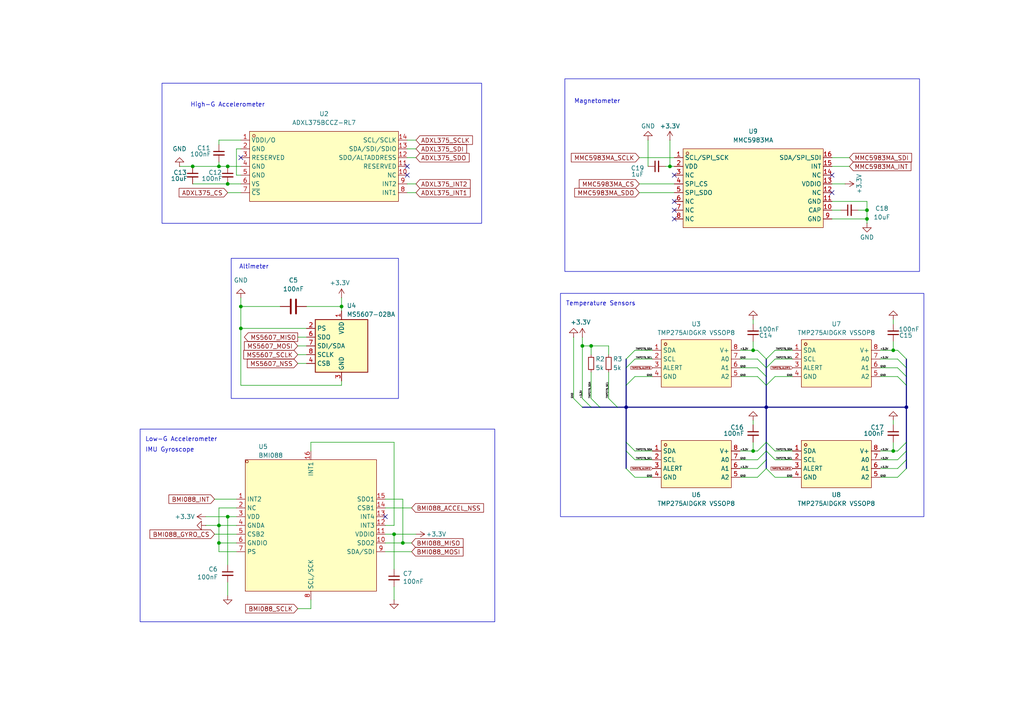
<source format=kicad_sch>
(kicad_sch (version 20231120) (generator "eeschema") (generator_version "8.0")
  (paper "A4")
  (title_block (title "Sensors") (date "2024-09-06") (rev "Tokyo") (company "CUHAR"))
  (lib_symbols
    (symbol "Device:C" (pin_numbers hide) (pin_names (offset 0.254))
      (property "Reference" "C" (at 0.635 2.54 0))
      (property "Value" "C" (at 0.635 -2.54 0))
      (symbol "C_0_1"
        (polyline (pts (xy -2.032 -0.762) (xy 2.032 -0.762)) (stroke (width 0.508)))
        (polyline (pts (xy -2.032 0.762) (xy 2.032 0.762)) (stroke (width 0.508)))
      )
      (symbol "C_1_1"
        (pin passive line (at 0 3.81 270) (length 2.794) (name "~") (number "1"))
        (pin passive line (at 0 -3.81 90) (length 2.794) (name "~") (number "2"))
      )
    )
    (symbol "Device:C_Small" (pin_numbers hide) (pin_names (offset 0.254) hide)
      (property "Reference" "C" (at 0.254 1.778 0))
      (property "Value" "C_Small" (at 0.254 -2.032 0))
      (symbol "C_Small_0_1"
        (polyline (pts (xy -1.524 -0.508) (xy 1.524 -0.508)) (stroke (width 0.3302)))
        (polyline (pts (xy -1.524 0.508) (xy 1.524 0.508)) (stroke (width 0.3048)))
      )
      (symbol "C_Small_1_1"
        (pin passive line (at 0 2.54 270) (length 2.032) (name "~") (number "1"))
        (pin passive line (at 0 -2.54 90) (length 2.032) (name "~") (number "2"))
      )
    )
    (symbol "Device:R_Small" (pin_numbers hide) (pin_names (offset 0.254) hide)
      (property "Reference" "R" (at 0.762 0.508 0))
      (property "Value" "R_Small" (at 0.762 -1.016 0))
      (symbol "R_Small_0_1"
        (rectangle (start -0.762 1.778) (end 0.762 -1.778) (stroke (width 0.2032)))
      )
      (symbol "R_Small_1_1"
        (pin passive line (at 0 2.54 270) (length 0.762) (name "~") (number "1"))
        (pin passive line (at 0 -2.54 90) (length 0.762) (name "~") (number "2"))
      )
    )
    (symbol "EasyEDA:ADXL375BCCZ-RL7"
      (property "Reference" "U" (at 0 12.7 0))
      (property "Value" "ADXL375BCCZ-RL7" (at 0 -12.7 0))
      (symbol "ADXL375BCCZ-RL7_0_1"
        (rectangle (start -21.59 10.16) (end 21.59 -10.16) (fill (type background)))
        (circle (center -20.32 8.89) (radius 0.38))
        (pin unspecified line (at -24.13 7.62 0) (length 2.54) (name "VDDI/O") (number "1"))
        (pin unspecified line (at 24.13 -2.54 180) (length 2.54) (name "NC") (number "10"))
        (pin unspecified line (at 24.13 0 180) (length 2.54) (name "RESERVED") (number "11"))
        (pin unspecified line (at 24.13 2.54 180) (length 2.54) (name "SDO/ALTADDRESS") (number "12"))
        (pin unspecified line (at 24.13 5.08 180) (length 2.54) (name "SDA/SDI/SDIO") (number "13"))
        (pin unspecified line (at 24.13 7.62 180) (length 2.54) (name "SCL/SCLK") (number "14"))
        (pin unspecified line (at -24.13 5.08 0) (length 2.54) (name "GND") (number "2"))
        (pin unspecified line (at -24.13 2.54 0) (length 2.54) (name "RESERVED") (number "3"))
        (pin unspecified line (at -24.13 0 0) (length 2.54) (name "GND") (number "4"))
        (pin unspecified line (at -24.13 -2.54 0) (length 2.54) (name "GND") (number "5"))
        (pin unspecified line (at -24.13 -5.08 0) (length 2.54) (name "VS") (number "6"))
        (pin unspecified line (at -24.13 -7.62 0) (length 2.54) (name "~{CS}") (number "7"))
        (pin unspecified line (at 24.13 -7.62 180) (length 2.54) (name "INT1") (number "8"))
        (pin unspecified line (at 24.13 -5.08 180) (length 2.54) (name "INT2") (number "9"))
      )
    )
    (symbol "EasyEDA:BMI088"
      (property "Reference" "U" (at 0 26.67 0))
      (property "Value" "BMI088" (at 0 -26.67 0))
      (symbol "BMI088_0_1"
        (rectangle (start -19.05 19.05) (end 19.05 -19.05) (fill (type background)))
        (circle (center -18.54 18.54) (radius 0.38))
        (pin unspecified line (at -21.59 7.62 0) (length 2.54) (name "INT2") (number "1"))
        (pin unspecified line (at 21.59 -5.08 180) (length 2.54) (name "SDO2") (number "10"))
        (pin unspecified line (at 21.59 -2.54 180) (length 2.54) (name "VDDIO") (number "11"))
        (pin unspecified line (at 21.59 0 180) (length 2.54) (name "INT3") (number "12"))
        (pin unspecified line (at 21.59 2.54 180) (length 2.54) (name "INT4") (number "13"))
        (pin unspecified line (at 21.59 5.08 180) (length 2.54) (name "CSB1") (number "14"))
        (pin unspecified line (at 21.59 7.62 180) (length 2.54) (name "SDO1") (number "15"))
        (pin unspecified line (at 0 21.59 270) (length 2.54) (name "INT1") (number "16"))
        (pin unspecified line (at -21.59 5.08 0) (length 2.54) (name "NC") (number "2"))
        (pin unspecified line (at -21.59 2.54 0) (length 2.54) (name "VDD") (number "3"))
        (pin unspecified line (at -21.59 0 0) (length 2.54) (name "GNDA") (number "4"))
        (pin unspecified line (at -21.59 -2.54 0) (length 2.54) (name "CSB2") (number "5"))
        (pin unspecified line (at -21.59 -5.08 0) (length 2.54) (name "GNDIO") (number "6"))
        (pin unspecified line (at -21.59 -7.62 0) (length 2.54) (name "PS") (number "7"))
        (pin unspecified line (at 0 -21.59 90) (length 2.54) (name "SCL/SCK") (number "8"))
        (pin unspecified line (at 21.59 -7.62 180) (length 2.54) (name "SDA/SDI") (number "9"))
      )
    )
    (symbol "EasyEDA:MMC5983MA"
      (property "Reference" "U" (at 0 13.97 0))
      (property "Value" "MMC5983MA" (at 0 -13.97 0))
      (symbol "MMC5983MA_0_1"
        (rectangle (start -20.32 11.43) (end 20.32 -11.43) (fill (type background)))
        (circle (center -19.05 10.16) (radius 0.38))
        (pin unspecified line (at -22.86 8.89 0) (length 2.54) (name "SCL/SPI_SCK") (number "1"))
        (pin unspecified line (at 22.86 -6.35 180) (length 2.54) (name "CAP") (number "10"))
        (pin unspecified line (at 22.86 -3.81 180) (length 2.54) (name "GND") (number "11"))
        (pin unspecified line (at 22.86 -1.27 180) (length 2.54) (name "NC") (number "12"))
        (pin unspecified line (at 22.86 1.27 180) (length 2.54) (name "VDDIO") (number "13"))
        (pin unspecified line (at 22.86 3.81 180) (length 2.54) (name "NC") (number "14"))
        (pin unspecified line (at 22.86 6.35 180) (length 2.54) (name "INT") (number "15"))
        (pin unspecified line (at 22.86 8.89 180) (length 2.54) (name "SDA/SPI_SDI") (number "16"))
        (pin unspecified line (at -22.86 6.35 0) (length 2.54) (name "VDD") (number "2"))
        (pin unspecified line (at -22.86 3.81 0) (length 2.54) (name "NC") (number "3"))
        (pin unspecified line (at -22.86 1.27 0) (length 2.54) (name "SPI_CS") (number "4"))
        (pin unspecified line (at -22.86 -1.27 0) (length 2.54) (name "SPI_SDO") (number "5"))
        (pin unspecified line (at -22.86 -3.81 0) (length 2.54) (name "NC") (number "6"))
        (pin unspecified line (at -22.86 -6.35 0) (length 2.54) (name "NC") (number "7"))
        (pin unspecified line (at -22.86 -8.89 0) (length 2.54) (name "NC") (number "8"))
        (pin unspecified line (at 22.86 -8.89 180) (length 2.54) (name "GND") (number "9"))
      )
    )
    (symbol "EasyEDA:TMP275AIDGKRVSSOP8"
      (property "Reference" "U" (at 0 8.89 0))
      (property "Value" "TMP275AIDGKR VSSOP8" (at 0 -8.89 0))
      (symbol "TMP275AIDGKRVSSOP8_0_1"
        (rectangle (start -10.16 6.86) (end 10.16 -6.86) (fill (type background)))
        (circle (center -8.89 5.59) (radius 0.38))
        (circle (center -8.89 5.59) (radius 0.38))
        (pin unspecified line (at -12.7 3.81 0) (length 2.54) (name "SDA") (number "1"))
        (pin unspecified line (at -12.7 1.27 0) (length 2.54) (name "SCL") (number "2"))
        (pin unspecified line (at -12.7 -1.27 0) (length 2.54) (name "ALERT") (number "3"))
        (pin unspecified line (at -12.7 -3.81 0) (length 2.54) (name "GND") (number "4"))
        (pin unspecified line (at 12.7 -3.81 180) (length 2.54) (name "A2") (number "5"))
        (pin unspecified line (at 12.7 -1.27 180) (length 2.54) (name "A1") (number "6"))
        (pin unspecified line (at 12.7 1.27 180) (length 2.54) (name "A0") (number "7"))
        (pin unspecified line (at 12.7 3.81 180) (length 2.54) (name "V+") (number "8"))
      )
    )
    (symbol "Sensor_Pressure:MS5607-02BA"
      (property "Reference" "U" (at -6.35 8.89 0))
      (property "Value" "MS5607-02BA" (at 7.62 8.89 0))
      (symbol "MS5607-02BA_0_1"
        (rectangle (start -7.62 7.62) (end 7.62 -7.62) (stroke (width 0.254)) (fill (type background)))
      )
      (symbol "MS5607-02BA_1_1"
        (pin power_in line (at 0 10.16 270) (length 2.54) (name "VDD") (number "1"))
        (pin input line (at -10.16 5.08 0) (length 2.54) (name "PS") (number "2"))
        (pin power_in line (at 0 -10.16 90) (length 2.54) (name "GND") (number "3"))
        (pin input line (at -10.16 -5.08 0) (length 2.54) (name "CSB") (number "4"))
        (pin input line (at -10.16 -5.08 0) (length 2.54) hide (name "CSB") (number "5"))
        (pin output line (at -10.16 2.54 0) (length 2.54) (name "SDO") (number "6"))
        (pin bidirectional line (at -10.16 0 0) (length 2.54) (name "SDI/SDA") (number "7"))
        (pin input line (at -10.16 -2.54 0) (length 2.54) (name "SCLK") (number "8"))
      )
    )
    (symbol "power:+3.3V" (power) (pin_numbers hide) (pin_names (offset 0) hide)
      (property "Value" "+3.3V" (at 0 3.556 0))
      (symbol "+3.3V_0_1"
        (polyline (pts (xy -0.762 1.27) (xy 0 2.54)))
        (polyline (pts (xy 0 0) (xy 0 2.54)))
        (polyline (pts (xy 0 2.54) (xy 0.762 1.27)))
      )
      (symbol "+3.3V_1_1"
        (pin power_in line (at 0 0 90) (length 0) (name "~") (number "1"))
      )
    )
    (symbol "power:GND" (power) (pin_numbers hide) (pin_names (offset 0) hide)
      (property "Value" "GND" (at 0 -3.81 0))
      (symbol "GND_0_1"
        (polyline (pts (xy 0 0) (xy 0 -1.27) (xy 1.27 -1.27) (xy 0 -2.54) (xy -1.27 -1.27) (xy 0 -1.27)))
      )
      (symbol "GND_1_1"
        (pin power_in line (at 0 0 270) (length 0) (name "~") (number "1"))
      )
    )
  )
  (junction (at 168.91 100.33))
  (junction (at 218.44 130.81))
  (junction (at 171.45 100.33))
  (junction (at 262.89 118.11))
  (junction (at 259.08 130.81))
  (junction (at 222.25 118.11))
  (junction (at 99.06 88.9))
  (junction (at 116.84 157.48))
  (junction (at 69.85 95.25))
  (junction (at 259.08 101.6))
  (junction (at 63.5 152.4))
  (junction (at 55.88 48.26))
  (junction (at 63.5 48.26))
  (junction (at 218.44 101.6))
  (junction (at 66.04 149.86))
  (junction (at 194.31 48.26))
  (junction (at 181.61 118.11))
  (junction (at 66.04 53.34))
  (junction (at 114.3 154.94))
  (junction (at 66.04 48.26))
  (junction (at 69.85 88.9))
  (junction (at 63.5 157.48))
  (junction (at 251.46 63.5))
  (junction (at 251.46 60.96))
  (no_connect (at 118.11 50.8))
  (no_connect (at 195.58 63.5))
  (no_connect (at 69.85 45.72))
  (no_connect (at 195.58 50.8))
  (no_connect (at 241.3 50.8))
  (no_connect (at 111.76 149.86))
  (no_connect (at 241.3 55.88))
  (no_connect (at 118.11 48.26))
  (no_connect (at 195.58 60.96))
  (no_connect (at 195.58 58.42))
  (bus_entry (at 219.71 135.89) (size 2.54 -2.54))
  (bus_entry (at 176.53 115.57) (size 2.54 2.54))
  (bus_entry (at 260.35 109.22) (size 2.54 2.54))
  (bus_entry (at 219.71 130.81) (size 2.54 -2.54))
  (bus_entry (at 181.61 128.27) (size 2.54 2.54))
  (bus_entry (at 224.79 101.6) (size -2.54 2.54))
  (bus_entry (at 181.61 106.68) (size 2.54 -2.54))
  (bus_entry (at 224.79 138.43) (size -2.54 -2.54))
  (bus_entry (at 181.61 135.89) (size 2.54 2.54))
  (bus_entry (at 260.35 106.68) (size 2.54 2.54))
  (bus_entry (at 224.79 133.35) (size -2.54 -2.54))
  (bus_entry (at 168.91 115.57) (size 2.54 2.54))
  (bus_entry (at 262.89 128.27) (size -2.54 2.54))
  (bus_entry (at 222.25 111.76) (size 2.54 -2.54))
  (bus_entry (at 181.61 104.14) (size 2.54 -2.54))
  (bus_entry (at 260.35 104.14) (size 2.54 2.54))
  (bus_entry (at 262.89 135.89) (size -2.54 2.54))
  (bus_entry (at 171.45 115.57) (size 2.54 2.54))
  (bus_entry (at 262.89 130.81) (size -2.54 2.54))
  (bus_entry (at 224.79 104.14) (size -2.54 2.54))
  (bus_entry (at 260.35 101.6) (size 2.54 2.54))
  (bus_entry (at 222.25 109.22) (size -2.54 -2.54))
  (bus_entry (at 222.25 104.14) (size -2.54 -2.54))
  (bus_entry (at 219.71 138.43) (size 2.54 -2.54))
  (bus_entry (at 222.25 106.68) (size -2.54 -2.54))
  (bus_entry (at 224.79 130.81) (size -2.54 -2.54))
  (bus_entry (at 219.71 133.35) (size 2.54 -2.54))
  (bus_entry (at 166.37 115.57) (size 2.54 2.54))
  (bus_entry (at 262.89 133.35) (size -2.54 2.54))
  (bus_entry (at 222.25 111.76) (size -2.54 -2.54))
  (bus_entry (at 181.61 111.76) (size 2.54 -2.54))
  (bus_entry (at 181.61 130.81) (size 2.54 2.54))
  (wire (pts (xy 66.04 48.26) (xy 69.85 48.26)))
  (wire (pts (xy 255.27 106.68) (xy 260.35 106.68)))
  (wire (pts (xy 171.45 100.33) (xy 176.53 100.33)))
  (wire (pts (xy 63.5 147.32) (xy 63.5 152.4)))
  (wire (pts (xy 255.27 135.89) (xy 260.35 135.89)))
  (wire (pts (xy 86.36 176.53) (xy 90.17 176.53)))
  (wire (pts (xy 224.79 101.6) (xy 229.87 101.6)))
  (wire (pts (xy 68.58 147.32) (xy 63.5 147.32)))
  (wire (pts (xy 116.84 157.48) (xy 119.38 157.48)))
  (bus (pts (xy 222.25 118.11) (xy 262.89 118.11)))
  (wire (pts (xy 184.15 133.35) (xy 189.23 133.35)))
  (bus (pts (xy 262.89 118.11) (xy 262.89 128.27)))
  (bus (pts (xy 262.89 109.22) (xy 262.89 111.76)))
  (wire (pts (xy 63.5 46.99) (xy 63.5 48.26)))
  (wire (pts (xy 66.04 53.34) (xy 69.85 53.34)))
  (wire (pts (xy 214.63 130.81) (xy 218.44 130.81)))
  (wire (pts (xy 114.3 154.94) (xy 114.3 165.1)))
  (wire (pts (xy 88.9 95.25) (xy 69.85 95.25)))
  (wire (pts (xy 68.58 157.48) (xy 63.5 157.48)))
  (wire (pts (xy 184.15 101.6) (xy 189.23 101.6)))
  (bus (pts (xy 222.25 111.76) (xy 222.25 118.11)))
  (bus (pts (xy 222.25 109.22) (xy 222.25 111.76)))
  (bus (pts (xy 222.25 128.27) (xy 222.25 130.81)))
  (wire (pts (xy 218.44 92.71) (xy 218.44 93.98)))
  (wire (pts (xy 111.76 160.02) (xy 119.38 160.02)))
  (wire (pts (xy 111.76 147.32) (xy 119.38 147.32)))
  (wire (pts (xy 255.27 133.35) (xy 260.35 133.35)))
  (wire (pts (xy 99.06 88.9) (xy 99.06 90.17)))
  (wire (pts (xy 224.79 133.35) (xy 229.87 133.35)))
  (wire (pts (xy 176.53 100.33) (xy 176.53 102.87)))
  (bus (pts (xy 262.89 128.27) (xy 262.89 130.81)))
  (wire (pts (xy 255.27 104.14) (xy 260.35 104.14)))
  (wire (pts (xy 59.69 149.86) (xy 66.04 149.86)))
  (wire (pts (xy 63.5 157.48) (xy 63.5 160.02)))
  (wire (pts (xy 176.53 107.95) (xy 176.53 115.57)))
  (bus (pts (xy 181.61 130.81) (xy 181.61 135.89)))
  (wire (pts (xy 185.42 55.88) (xy 195.58 55.88)))
  (bus (pts (xy 262.89 106.68) (xy 262.89 109.22)))
  (wire (pts (xy 259.08 99.06) (xy 259.08 101.6)))
  (bus (pts (xy 262.89 133.35) (xy 262.89 135.89)))
  (wire (pts (xy 251.46 60.96) (xy 251.46 63.5)))
  (wire (pts (xy 66.04 168.91) (xy 66.04 172.72)))
  (bus (pts (xy 181.61 118.11) (xy 222.25 118.11)))
  (wire (pts (xy 214.63 135.89) (xy 219.71 135.89)))
  (wire (pts (xy 259.08 92.71) (xy 259.08 93.98)))
  (bus (pts (xy 222.25 104.14) (xy 222.25 106.68)))
  (bus (pts (xy 262.89 130.81) (xy 262.89 133.35)))
  (wire (pts (xy 69.85 95.25) (xy 69.85 88.9)))
  (wire (pts (xy 63.5 48.26) (xy 66.04 48.26)))
  (wire (pts (xy 69.85 40.64) (xy 63.5 40.64)))
  (wire (pts (xy 259.08 101.6) (xy 260.35 101.6)))
  (wire (pts (xy 184.15 109.22) (xy 189.23 109.22)))
  (wire (pts (xy 184.15 138.43) (xy 189.23 138.43)))
  (wire (pts (xy 241.3 48.26) (xy 246.38 48.26)))
  (wire (pts (xy 69.85 111.76) (xy 69.85 95.25)))
  (wire (pts (xy 55.88 48.26) (xy 63.5 48.26)))
  (wire (pts (xy 171.45 100.33) (xy 171.45 102.87)))
  (bus (pts (xy 262.89 111.76) (xy 262.89 118.11)))
  (wire (pts (xy 224.79 130.81) (xy 229.87 130.81)))
  (wire (pts (xy 69.85 111.76) (xy 99.06 111.76)))
  (wire (pts (xy 218.44 130.81) (xy 219.71 130.81)))
  (wire (pts (xy 69.85 88.9) (xy 81.28 88.9)))
  (bus (pts (xy 181.61 118.11) (xy 181.61 128.27)))
  (wire (pts (xy 218.44 99.06) (xy 218.44 101.6)))
  (bus (pts (xy 181.61 106.68) (xy 181.61 111.76)))
  (wire (pts (xy 184.15 104.14) (xy 189.23 104.14)))
  (wire (pts (xy 224.79 109.22) (xy 229.87 109.22)))
  (wire (pts (xy 66.04 149.86) (xy 68.58 149.86)))
  (wire (pts (xy 63.5 40.64) (xy 63.5 41.91)))
  (wire (pts (xy 251.46 60.96) (xy 251.46 58.42)))
  (wire (pts (xy 248.92 60.96) (xy 251.46 60.96)))
  (wire (pts (xy 218.44 101.6) (xy 219.71 101.6)))
  (wire (pts (xy 118.11 40.64) (xy 120.65 40.64)))
  (wire (pts (xy 118.11 45.72) (xy 120.65 45.72)))
  (wire (pts (xy 86.36 102.87) (xy 88.9 102.87)))
  (wire (pts (xy 99.06 110.49) (xy 99.06 111.76)))
  (wire (pts (xy 118.11 43.18) (xy 120.65 43.18)))
  (wire (pts (xy 218.44 128.27) (xy 218.44 130.81)))
  (wire (pts (xy 194.31 48.26) (xy 195.58 48.26)))
  (wire (pts (xy 251.46 58.42) (xy 241.3 58.42)))
  (wire (pts (xy 62.23 154.94) (xy 68.58 154.94)))
  (wire (pts (xy 111.76 144.78) (xy 116.84 144.78)))
  (wire (pts (xy 255.27 109.22) (xy 260.35 109.22)))
  (wire (pts (xy 66.04 55.88) (xy 69.85 55.88)))
  (bus (pts (xy 222.25 133.35) (xy 222.25 135.89)))
  (wire (pts (xy 255.27 130.81) (xy 259.08 130.81)))
  (wire (pts (xy 184.15 130.81) (xy 189.23 130.81)))
  (wire (pts (xy 69.85 88.9) (xy 69.85 86.36)))
  (wire (pts (xy 62.23 144.78) (xy 68.58 144.78)))
  (bus (pts (xy 222.25 106.68) (xy 222.25 109.22)))
  (wire (pts (xy 111.76 154.94) (xy 114.3 154.94)))
  (wire (pts (xy 214.63 109.22) (xy 219.71 109.22)))
  (wire (pts (xy 114.3 128.27) (xy 90.17 128.27)))
  (wire (pts (xy 214.63 133.35) (xy 219.71 133.35)))
  (wire (pts (xy 185.42 53.34) (xy 195.58 53.34)))
  (bus (pts (xy 179.07 118.11) (xy 181.61 118.11)))
  (wire (pts (xy 63.5 152.4) (xy 63.5 157.48)))
  (wire (pts (xy 171.45 107.95) (xy 171.45 115.57)))
  (wire (pts (xy 193.04 48.26) (xy 194.31 48.26)))
  (wire (pts (xy 259.08 121.92) (xy 259.08 123.19)))
  (wire (pts (xy 114.3 152.4) (xy 114.3 128.27)))
  (wire (pts (xy 68.58 43.18) (xy 68.58 50.8)))
  (wire (pts (xy 116.84 157.48) (xy 111.76 157.48)))
  (wire (pts (xy 241.3 63.5) (xy 251.46 63.5)))
  (wire (pts (xy 218.44 121.92) (xy 218.44 123.19)))
  (wire (pts (xy 241.3 45.72) (xy 246.38 45.72)))
  (wire (pts (xy 168.91 100.33) (xy 168.91 115.57)))
  (wire (pts (xy 63.5 160.02) (xy 68.58 160.02)))
  (wire (pts (xy 255.27 138.43) (xy 260.35 138.43)))
  (bus (pts (xy 171.45 118.11) (xy 173.99 118.11)))
  (bus (pts (xy 173.99 118.11) (xy 179.07 118.11)))
  (wire (pts (xy 99.06 86.36) (xy 99.06 88.9)))
  (wire (pts (xy 55.88 53.34) (xy 66.04 53.34)))
  (wire (pts (xy 255.27 101.6) (xy 259.08 101.6)))
  (wire (pts (xy 214.63 106.68) (xy 219.71 106.68)))
  (wire (pts (xy 90.17 176.53) (xy 90.17 173.99)))
  (wire (pts (xy 259.08 130.81) (xy 260.35 130.81)))
  (wire (pts (xy 241.3 60.96) (xy 243.84 60.96)))
  (wire (pts (xy 114.3 170.18) (xy 114.3 173.99)))
  (wire (pts (xy 168.91 100.33) (xy 171.45 100.33)))
  (wire (pts (xy 69.85 43.18) (xy 68.58 43.18)))
  (wire (pts (xy 224.79 138.43) (xy 229.87 138.43)))
  (wire (pts (xy 251.46 63.5) (xy 251.46 64.77)))
  (bus (pts (xy 262.89 104.14) (xy 262.89 106.68)))
  (wire (pts (xy 194.31 40.64) (xy 194.31 48.26)))
  (wire (pts (xy 185.42 45.72) (xy 195.58 45.72)))
  (wire (pts (xy 66.04 149.86) (xy 66.04 163.83)))
  (wire (pts (xy 88.9 88.9) (xy 99.06 88.9)))
  (wire (pts (xy 214.63 104.14) (xy 219.71 104.14)))
  (wire (pts (xy 63.5 152.4) (xy 68.58 152.4)))
  (wire (pts (xy 59.69 152.4) (xy 63.5 152.4)))
  (wire (pts (xy 68.58 50.8) (xy 69.85 50.8)))
  (wire (pts (xy 116.84 157.48) (xy 116.84 144.78)))
  (wire (pts (xy 187.96 40.64) (xy 187.96 48.26)))
  (bus (pts (xy 181.61 104.14) (xy 181.61 106.68)))
  (wire (pts (xy 86.36 97.79) (xy 88.9 97.79)))
  (wire (pts (xy 214.63 101.6) (xy 218.44 101.6)))
  (wire (pts (xy 86.36 100.33) (xy 88.9 100.33)))
  (bus (pts (xy 171.45 118.11) (xy 168.91 118.11)))
  (wire (pts (xy 118.11 53.34) (xy 120.65 53.34)))
  (bus (pts (xy 222.25 130.81) (xy 222.25 133.35)))
  (wire (pts (xy 52.07 48.26) (xy 55.88 48.26)))
  (wire (pts (xy 114.3 154.94) (xy 120.65 154.94)))
  (wire (pts (xy 111.76 152.4) (xy 114.3 152.4)))
  (wire (pts (xy 166.37 97.79) (xy 166.37 115.57)))
  (bus (pts (xy 222.25 118.11) (xy 222.25 128.27)))
  (bus (pts (xy 181.61 128.27) (xy 181.61 130.81)))
  (wire (pts (xy 90.17 128.27) (xy 90.17 130.81)))
  (bus (pts (xy 181.61 111.76) (xy 181.61 118.11)))
  (wire (pts (xy 241.3 53.34) (xy 245.11 53.34)))
  (wire (pts (xy 224.79 104.14) (xy 229.87 104.14)))
  (wire (pts (xy 168.91 97.79) (xy 168.91 100.33)))
  (wire (pts (xy 259.08 128.27) (xy 259.08 130.81)))
  (wire (pts (xy 86.36 105.41) (xy 88.9 105.41)))
  (wire (pts (xy 214.63 138.43) (xy 219.71 138.43)))
  (wire (pts (xy 118.11 55.88) (xy 120.65 55.88)))
  (rectangle (start 163.83 22.86) (end 266.7 78.74))
  (rectangle (start 46.99 24.13) (end 139.7 64.77))
  (rectangle (start 67.056 74.93) (end 115.57 115.57))
  (rectangle (start 40.64 124.46) (end 143.51 180.34))
  (rectangle (start 162.56 85.09) (end 267.97 149.86))
  (text "Altimeter" (at 73.66 77.47 0) (effects (font (size 1.27 1.27))))
  (text "Magnetometer" (at 173.228 29.464 0) (effects (font (size 1.27 1.27))))
  (text "Temperature Sensors" (at 174.244 88.138 0) (effects (font (size 1.27 1.27))))
  (text "IMU Gyroscope" (at 49.276 130.556 0) (effects (font (size 1.27 1.27))))
  (text "Low-G Accelerometer" (at 52.578 127.508 0) (effects (font (size 1.27 1.27))))
  (text "High-G Accelerometer" (at 66.04 30.48 0) (effects (font (size 1.27 1.27))))
  (label "TMP275_SCL" (at 189.23 133.35 180) (effects (font (size 0.508 0.508))))
  (label "GND" (at 255.27 138.43 0) (effects (font (size 0.508 0.508))))
  (label "+3.3V" (at 255.27 133.35 0) (effects (font (size 0.508 0.508))))
  (label "GND" (at 189.23 109.22 180) (effects (font (size 0.508 0.508))))
  (label "+3.3V" (at 255.27 130.81 0) (effects (font (size 0.508 0.508))))
  (label "TMP275_SCL" (at 189.23 104.14 180) (effects (font (size 0.508 0.508))))
  (label "TMP275_SDA" (at 189.23 130.81 180) (effects (font (size 0.508 0.508))))
  (label "GND" (at 166.37 115.57 90) (effects (font (size 0.508 0.508))))
  (label "+3.3V" (at 214.63 135.89 0) (effects (font (size 0.508 0.508))))
  (label "+3.3V" (at 255.27 135.89 0) (effects (font (size 0.508 0.508))))
  (label "+3.3V" (at 168.91 115.57 90) (effects (font (size 0.508 0.508))))
  (label "TMP275_SCL" (at 229.87 104.14 180) (effects (font (size 0.508 0.508))))
  (label "GND" (at 255.27 109.22 0) (effects (font (size 0.508 0.508))))
  (label "GND" (at 229.87 138.43 180) (effects (font (size 0.508 0.508))))
  (label "TMP275_SDA" (at 229.87 101.6 180) (effects (font (size 0.508 0.508))))
  (label "GND" (at 189.23 138.43 180) (effects (font (size 0.508 0.508))))
  (label "GND" (at 214.63 133.35 0) (effects (font (size 0.508 0.508))))
  (label "+3.3V" (at 255.27 104.14 0) (effects (font (size 0.508 0.508))))
  (label "+3.3V" (at 255.27 101.6 0) (effects (font (size 0.508 0.508))))
  (label "TMP275_SDA" (at 189.23 101.6 180) (effects (font (size 0.508 0.508))))
  (label "TMP275_SDA" (at 171.45 115.57 90) (effects (font (size 0.508 0.508))))
  (label "+3.3V" (at 214.63 130.81 0) (effects (font (size 0.508 0.508))))
  (label "+3.3V" (at 214.63 101.6 0) (effects (font (size 0.508 0.508))))
  (label "TMP275_SCL" (at 176.53 115.57 90) (effects (font (size 0.508 0.508))))
  (label "GND" (at 214.63 138.43 0) (effects (font (size 0.508 0.508))))
  (label "TMP275_SDA" (at 229.87 130.81 180) (effects (font (size 0.508 0.508))))
  (label "GND" (at 214.63 106.68 0) (effects (font (size 0.508 0.508))))
  (label "GND" (at 255.27 106.68 0) (effects (font (size 0.508 0.508))))
  (label "GND" (at 214.63 104.14 0) (effects (font (size 0.508 0.508))))
  (label "GND" (at 229.87 109.22 180) (effects (font (size 0.508 0.508))))
  (label "GND" (at 214.63 109.22 0) (effects (font (size 0.508 0.508))))
  (label "TMP275_SCL" (at 229.87 133.35 180) (effects (font (size 0.508 0.508))))
  (global_label "BMI088_SCLK" (shape input) (at 86.36 176.53 180) (property "Intersheetrefs" "${INTERSHEET_REFS}" (effects (hide yes))))
  (global_label "MS5607_NSS" (shape input) (at 86.36 105.41 180) (property "Intersheetrefs" "${INTERSHEET_REFS}" (effects (hide yes))))
  (global_label "ADXL375_INT1" (shape input) (at 120.65 55.88 0) (property "Intersheetrefs" "${INTERSHEET_REFS}" (effects (hide yes))))
  (global_label "BMI088_ACCEL_NSS" (shape input) (at 119.38 147.32 0) (property "Intersheetrefs" "${INTERSHEET_REFS}" (effects (hide yes))))
  (global_label "MMC5983MA_SDI" (shape input) (at 246.38 45.72 0) (property "Intersheetrefs" "${INTERSHEET_REFS}" (effects (hide yes))))
  (global_label "ADXL375_SDO" (shape input) (at 120.65 45.72 0) (property "Intersheetrefs" "${INTERSHEET_REFS}" (effects (hide yes))))
  (global_label "TMP275_ALERT1" (shape input) (at 229.87 106.68 180) (effects (font (size 0.4572 0.4572))) (property "Intersheetrefs" "${INTERSHEET_REFS}" (effects (hide yes))))
  (global_label "MS5607_MOSI" (shape input) (at 86.36 100.33 180) (property "Intersheetrefs" "${INTERSHEET_REFS}" (effects (hide yes))))
  (global_label "BMI088_GYRO_CS" (shape input) (at 62.23 154.94 180) (property "Intersheetrefs" "${INTERSHEET_REFS}" (effects (hide yes))))
  (global_label "MMC5983MA_INT" (shape input) (at 246.38 48.26 0) (property "Intersheetrefs" "${INTERSHEET_REFS}" (effects (hide yes))))
  (global_label "BMI088_MOSI" (shape input) (at 119.38 160.02 0) (property "Intersheetrefs" "${INTERSHEET_REFS}" (effects (hide yes))))
  (global_label "ADXL375_SCLK" (shape input) (at 120.65 40.64 0) (property "Intersheetrefs" "${INTERSHEET_REFS}" (effects (hide yes))))
  (global_label "TMP275_ALERT3" (shape input) (at 229.87 135.89 180) (effects (font (size 0.4572 0.4572))) (property "Intersheetrefs" "${INTERSHEET_REFS}" (effects (hide yes))))
  (global_label "ADXL375_CS" (shape input) (at 66.04 55.88 180) (property "Intersheetrefs" "${INTERSHEET_REFS}" (effects (hide yes))))
  (global_label "MMC5983MA_SDO" (shape input) (at 185.42 55.88 180) (property "Intersheetrefs" "${INTERSHEET_REFS}" (effects (hide yes))))
  (global_label "MS5607_SCLK" (shape input) (at 86.36 102.87 180) (property "Intersheetrefs" "${INTERSHEET_REFS}" (effects (hide yes))))
  (global_label "MMC5983MA_SCLK" (shape input) (at 185.42 45.72 180) (property "Intersheetrefs" "${INTERSHEET_REFS}" (effects (hide yes))))
  (global_label "TMP275_ALERT0" (shape input) (at 189.23 106.68 180) (effects (font (size 0.4572 0.4572))) (property "Intersheetrefs" "${INTERSHEET_REFS}" (effects (hide yes))))
  (global_label "ADXL375_INT2" (shape input) (at 120.65 53.34 0) (property "Intersheetrefs" "${INTERSHEET_REFS}" (effects (hide yes))))
  (global_label "MMC5983MA_CS" (shape input) (at 185.42 53.34 180) (property "Intersheetrefs" "${INTERSHEET_REFS}" (effects (hide yes))))
  (global_label "BMI088_MISO" (shape input) (at 119.38 157.48 0) (property "Intersheetrefs" "${INTERSHEET_REFS}" (effects (hide yes))))
  (global_label "MS5607_MISO" (shape output) (at 86.36 97.79 180) (property "Intersheetrefs" "${INTERSHEET_REFS}" (effects (hide yes))))
  (global_label "ADXL375_SDI" (shape input) (at 120.65 43.18 0) (property "Intersheetrefs" "${INTERSHEET_REFS}" (effects (hide yes))))
  (global_label "BMI088_INT" (shape input) (at 62.23 144.78 180) (property "Intersheetrefs" "${INTERSHEET_REFS}" (effects (hide yes))))
  (global_label "TMP275_ALERT2" (shape input) (at 189.23 135.89 180) (effects (font (size 0.4572 0.4572))) (property "Intersheetrefs" "${INTERSHEET_REFS}" (effects (hide yes))))
  (symbol (lib_id "power:GND") (at 251.46 64.77 0) (unit 1)
    (property "Reference" "#PWR027" (effects (hide yes)))
    (property "Value" "GND" (at 251.46 68.834 0))
    (property "Description" "Power symbol creates a global label with name \"GND\" , ground" (effects (hide yes)))
  )
  (symbol (lib_id "Device:R_Small") (at 171.45 105.41 0) (unit 1)
    (property "Reference" "R2" (at 172.72 104.14 0) (effects (justify left)))
    (property "Value" "5k" (at 172.72 106.68 0) (effects (justify left)))
    (property "Footprint" "Resistor_SMD:R_0402_1005Metric" (effects (hide yes)))
    (property "Description" "Resistor, small symbol" (effects (hide yes)))
  )
  (symbol (lib_id "EasyEDA:TMP275AIDGKRVSSOP8") (at 242.57 105.41 0) (unit 1)
    (property "Reference" "U7" (at 242.57 93.98 0))
    (property "Value" "TMP275AIDGKR VSSOP8" (at 242.57 96.52 0))
    (property "Footprint" "EasyEDA:VSSOP-8_L3.0-W3.0-P0.65-LS5.0-BL" (effects (hide yes)))
    (property "Datasheet" "https://lcsc.com/product-detail/Temperature-Sensors_TI_TMP275AIDGKR-VSSOP8_TMP275AIDGKR_C87815.html" (effects (hide yes)))
    (property "LCSC Part" "C87815" (effects (hide yes)))
  )
  (symbol (lib_id "power:GND") (at 114.3 173.99 0) (unit 1)
    (property "Reference" "#PWR012" (effects (hide yes)))
    (property "Value" "GND" (effects (hide yes)))
    (property "Description" "Power symbol creates a global label with name \"GND\" , ground" (effects (hide yes)))
  )
  (symbol (lib_id "power:GND") (at 166.37 97.79 180) (unit 1)
    (property "Reference" "#PWR020" (effects (hide yes)))
    (property "Value" "GND" (effects (hide yes)))
    (property "Description" "Power symbol creates a global label with name \"GND\" , ground" (effects (hide yes)))
  )
  (symbol (lib_id "Device:C_Small") (at 190.5 48.26 90) (unit 1)
    (property "Reference" "C19" (at 184.912 48.768 90))
    (property "Value" "1uF" (at 184.912 50.546 90))
    (property "Description" "Unpolarized capacitor, small symbol" (effects (hide yes)))
  )
  (symbol (lib_id "power:GND") (at 59.69 152.4 270) (unit 1)
    (property "Reference" "#PWR010" (effects (hide yes)))
    (property "Value" "GND" (effects (hide yes)))
    (property "Description" "Power symbol creates a global label with name \"GND\" , ground" (effects (hide yes)))
  )
  (symbol (lib_id "EasyEDA:MMC5983MA") (at 218.44 54.61 0) (unit 1)
    (property "Reference" "U9" (at 218.44 38.1 0))
    (property "Value" "MMC5983MA" (at 218.44 40.64 0))
    (property "Footprint" "EasyEDA:LGA-16_L3.0-W3.0-P0.50-BL_SQ" (effects (hide yes)))
    (property "Datasheet" "https://lcsc.com/product-detail/Magnetic-Sensors_MEMSIC-MMC5983MA_C404329.html" (effects (hide yes)))
    (property "LCSC Part" "C404329" (effects (hide yes)))
  )
  (symbol (lib_id "Device:C_Small") (at 218.44 96.52 180) (unit 1)
    (property "Reference" "C14" (at 224.028 97.282 0) (effects (justify left)))
    (property "Value" "100nF" (at 226.06 95.504 0) (effects (justify left)))
    (property "Footprint" "Capacitor_SMD:C_0402_1005Metric" (effects (hide yes)))
    (property "Description" "Unpolarized capacitor, small symbol" (effects (hide yes)))
  )
  (symbol (lib_id "Device:C_Small") (at 114.3 167.64 0) (unit 1)
    (property "Reference" "C7" (at 116.84 166.37 0) (effects (justify left)))
    (property "Value" "100nF" (at 116.84 168.656 0) (effects (justify left)))
    (property "Footprint" "Capacitor_SMD:C_0402_1005Metric" (effects (hide yes)))
    (property "Description" "Unpolarized capacitor, small symbol" (effects (hide yes)))
  )
  (symbol (lib_id "power:+3.3V") (at 59.69 149.86 90) (unit 1)
    (property "Reference" "#PWR08" (effects (hide yes)))
    (property "Value" "+3.3V" (at 53.594 149.86 90))
    (property "Description" "Power symbol creates a global label with name \"+3.3V\"" (effects (hide yes)))
  )
  (symbol (lib_id "power:GND") (at 259.08 121.92 180) (unit 1)
    (property "Reference" "#PWR023" (effects (hide yes)))
    (property "Value" "GND" (effects (hide yes)))
    (property "Description" "Power symbol creates a global label with name \"GND\" , ground" (effects (hide yes)))
  )
  (symbol (lib_id "EasyEDA:BMI088") (at 90.17 152.4 0) (unit 1)
    (property "Reference" "U5" (at 74.93 129.54 0) (effects (justify left)))
    (property "Value" "BMI088" (at 74.93 132.08 0) (effects (justify left)))
    (property "Footprint" "EasyEDA:LGA-16_L4.5-W3.0-P0.50-BL" (effects (hide yes)))
    (property "Datasheet" "https://lcsc.com/product-detail/Others_Bosch-Sensortec_BMI088_Bosch-Sensortec-BMI088_C194919.html" (effects (hide yes)))
    (property "LCSC Part" "C194919" (effects (hide yes)))
  )
  (symbol (lib_id "Device:C") (at 85.09 88.9 90) (unit 1)
    (property "Reference" "C5" (at 85.09 81.28 90))
    (property "Value" "100nF" (at 85.09 83.82 90))
    (property "Footprint" "Capacitor_SMD:C_0402_1005Metric" (effects (hide yes)))
    (property "Description" "Unpolarized capacitor" (effects (hide yes)))
  )
  (symbol (lib_id "power:+3.3V") (at 168.91 97.79 0) (unit 1)
    (property "Reference" "#PWR022" (effects (hide yes)))
    (property "Value" "+3.3V" (at 168.402 93.472 0))
    (property "Description" "Power symbol creates a global label with name \"+3.3V\"" (effects (hide yes)))
  )
  (symbol (lib_id "power:+3.3V") (at 194.31 40.64 0) (unit 1)
    (property "Reference" "#PWR025" (effects (hide yes)))
    (property "Value" "+3.3V" (at 194.31 36.576 0))
    (property "Description" "Power symbol creates a global label with name \"+3.3V\"" (effects (hide yes)))
  )
  (symbol (lib_id "power:GND") (at 187.96 40.64 180) (unit 1)
    (property "Reference" "#PWR024" (effects (hide yes)))
    (property "Value" "GND" (at 187.96 36.576 0))
    (property "Description" "Power symbol creates a global label with name \"GND\" , ground" (effects (hide yes)))
  )
  (symbol (lib_id "EasyEDA:TMP275AIDGKRVSSOP8") (at 242.57 134.62 0) (unit 1)
    (property "Reference" "U8" (at 242.57 143.51 0))
    (property "Value" "TMP275AIDGKR VSSOP8" (at 242.57 146.05 0))
    (property "Footprint" "EasyEDA:VSSOP-8_L3.0-W3.0-P0.65-LS5.0-BL" (effects (hide yes)))
    (property "Datasheet" "https://lcsc.com/product-detail/Temperature-Sensors_TI_TMP275AIDGKR-VSSOP8_TMP275AIDGKR_C87815.html" (effects (hide yes)))
    (property "LCSC Part" "C87815" (effects (hide yes)))
  )
  (symbol (lib_id "Device:C_Small") (at 259.08 125.73 0) (unit 1)
    (property "Reference" "C17" (at 252.476 123.952 0) (effects (justify left)))
    (property "Value" "100nF" (at 250.444 125.73 0) (effects (justify left)))
    (property "Footprint" "Capacitor_SMD:C_0402_1005Metric" (effects (hide yes)))
    (property "Description" "Unpolarized capacitor, small symbol" (effects (hide yes)))
  )
  (symbol (lib_id "EasyEDA:TMP275AIDGKRVSSOP8") (at 201.93 134.62 0) (unit 1)
    (property "Reference" "U6" (at 201.93 143.51 0))
    (property "Value" "TMP275AIDGKR VSSOP8" (at 201.93 146.05 0))
    (property "Footprint" "EasyEDA:VSSOP-8_L3.0-W3.0-P0.65-LS5.0-BL" (effects (hide yes)))
    (property "Datasheet" "https://lcsc.com/product-detail/Temperature-Sensors_TI_TMP275AIDGKR-VSSOP8_TMP275AIDGKR_C87815.html" (effects (hide yes)))
    (property "LCSC Part" "C87815" (effects (hide yes)))
  )
  (symbol (lib_id "EasyEDA:TMP275AIDGKRVSSOP8") (at 201.93 105.41 0) (unit 1)
    (property "Reference" "U3" (at 201.93 93.98 0))
    (property "Value" "TMP275AIDGKR VSSOP8" (at 201.93 96.52 0))
    (property "Footprint" "EasyEDA:VSSOP-8_L3.0-W3.0-P0.65-LS5.0-BL" (effects (hide yes)))
    (property "Datasheet" "https://lcsc.com/product-detail/Temperature-Sensors_TI_TMP275AIDGKR-VSSOP8_TMP275AIDGKR_C87815.html" (effects (hide yes)))
    (property "LCSC Part" "C87815" (effects (hide yes)))
  )
  (symbol (lib_id "Device:C_Small") (at 218.44 125.73 0) (unit 1)
    (property "Reference" "C16" (at 211.836 123.952 0) (effects (justify left)))
    (property "Value" "100nF" (at 209.804 125.73 0) (effects (justify left)))
    (property "Footprint" "Capacitor_SMD:C_0504_1310Metric_Pad0.83x1.28mm_HandSolder" (effects (hide yes)))
    (property "Description" "Unpolarized capacitor, small symbol" (effects (hide yes)))
  )
  (symbol (lib_id "power:+3.3V") (at 245.11 53.34 270) (unit 1)
    (property "Reference" "#PWR026" (effects (hide yes)))
    (property "Value" "+3.3V" (at 249.174 53.34 0))
    (property "Description" "Power symbol creates a global label with name \"+3.3V\"" (effects (hide yes)))
  )
  (symbol (lib_id "Device:C_Small") (at 55.88 50.8 0) (unit 1)
    (property "Reference" "C13" (at 50.292 50.038 0) (effects (justify left)))
    (property "Value" "10uF" (at 49.53 51.816 0) (effects (justify left)))
    (property "Footprint" "Capacitor_SMD:C_0402_1005Metric" (effects (hide yes)))
    (property "Description" "Unpolarized capacitor, small symbol" (effects (hide yes)))
  )
  (symbol (lib_id "Device:C_Small") (at 63.5 44.45 0) (unit 1)
    (property "Reference" "C11" (at 57.15 42.926 0) (effects (justify left)))
    (property "Value" "100nF" (at 55.118 44.704 0) (effects (justify left)))
    (property "Footprint" "Capacitor_SMD:C_0402_1005Metric" (effects (hide yes)))
    (property "Description" "Unpolarized capacitor, small symbol" (effects (hide yes)))
  )
  (symbol (lib_id "power:+3.3V") (at 99.06 86.36 0) (unit 1)
    (property "Reference" "#PWR06" (effects (hide yes)))
    (property "Value" "+3.3V" (at 98.552 82.042 0))
    (property "Description" "Power symbol creates a global label with name \"+3.3V\"" (effects (hide yes)))
  )
  (symbol (lib_id "Device:C_Small") (at 259.08 96.52 180) (unit 1)
    (property "Reference" "C15" (at 264.668 97.282 0) (effects (justify left)))
    (property "Value" "100nF" (at 266.7 95.504 0) (effects (justify left)))
    (property "Footprint" "Capacitor_SMD:C_0402_1005Metric" (effects (hide yes)))
    (property "Description" "Unpolarized capacitor, small symbol" (effects (hide yes)))
  )
  (symbol (lib_id "Device:C_Small") (at 66.04 166.37 0) (unit 1)
    (property "Reference" "C6" (at 60.452 165.1 0) (effects (justify left)))
    (property "Value" "100nF" (at 57.15 167.386 0) (effects (justify left)))
    (property "Footprint" "Capacitor_SMD:C_0402_1005Metric" (effects (hide yes)))
    (property "Description" "Unpolarized capacitor, small symbol" (effects (hide yes)))
  )
  (symbol (lib_id "Device:R_Small") (at 176.53 105.41 0) (unit 1)
    (property "Reference" "R3" (at 177.8 104.14 0) (effects (justify left)))
    (property "Value" "5k" (at 177.8 106.68 0) (effects (justify left)))
    (property "Footprint" "Resistor_SMD:R_0402_1005Metric" (effects (hide yes)))
    (property "Description" "Resistor, small symbol" (effects (hide yes)))
  )
  (symbol (lib_id "power:+3.3V") (at 120.65 154.94 270) (unit 1)
    (property "Reference" "#PWR09" (effects (hide yes)))
    (property "Value" "+3.3V" (at 126.492 154.94 90))
    (property "Description" "Power symbol creates a global label with name \"+3.3V\"" (effects (hide yes)))
  )
  (symbol (lib_id "Device:C_Small") (at 246.38 60.96 90) (unit 1)
    (property "Reference" "C18" (at 255.778 60.452 90))
    (property "Value" "10uF" (at 255.778 62.992 90))
    (property "Description" "Unpolarized capacitor, small symbol" (effects (hide yes)))
  )
  (symbol (lib_id "power:GND") (at 66.04 172.72 0) (unit 1)
    (property "Reference" "#PWR011" (effects (hide yes)))
    (property "Value" "GND" (effects (hide yes)))
    (property "Description" "Power symbol creates a global label with name \"GND\" , ground" (effects (hide yes)))
  )
  (symbol (lib_id "power:GND") (at 218.44 92.71 180) (unit 1)
    (property "Reference" "#PWR018" (effects (hide yes)))
    (property "Value" "GND" (effects (hide yes)))
    (property "Description" "Power symbol creates a global label with name \"GND\" , ground" (effects (hide yes)))
  )
  (symbol (lib_id "power:GND") (at 218.44 121.92 180) (unit 1)
    (property "Reference" "#PWR021" (effects (hide yes)))
    (property "Value" "GND" (effects (hide yes)))
    (property "Description" "Power symbol creates a global label with name \"GND\" , ground" (effects (hide yes)))
  )
  (symbol (lib_id "power:GND") (at 69.85 86.36 180) (unit 1)
    (property "Reference" "#PWR07" (effects (hide yes)))
    (property "Value" "GND" (at 69.85 81.28 0))
    (property "Description" "Power symbol creates a global label with name \"GND\" , ground" (effects (hide yes)))
  )
  (symbol (lib_id "power:GND") (at 259.08 92.71 180) (unit 1)
    (property "Reference" "#PWR019" (effects (hide yes)))
    (property "Value" "GND" (effects (hide yes)))
    (property "Description" "Power symbol creates a global label with name \"GND\" , ground" (effects (hide yes)))
  )
  (symbol (lib_id "EasyEDA:ADXL375BCCZ-RL7") (at 93.98 48.26 0) (unit 1)
    (property "Reference" "U2" (at 93.98 33.02 0))
    (property "Value" "ADXL375BCCZ-RL7" (at 93.98 35.56 0))
    (property "Footprint" "EasyEDA:LGA-14_L5.0-W3.0-P0.80-BL" (effects (hide yes)))
    (property "Datasheet" "https://lcsc.com/product-detail/New-Arrivals_Analog-Devices-ADI-ADXL375BCCZ-RL7_C481898.html" (effects (hide yes)))
    (property "LCSC Part" "C481898" (effects (hide yes)))
  )
  (symbol (lib_id "Sensor_Pressure:MS5607-02BA") (at 99.06 100.33 0) (unit 1)
    (property "Reference" "U4" (at 100.584 88.646 0) (effects (justify left)))
    (property "Value" "MS5607-02BA" (at 100.584 91.186 0) (effects (justify left)))
    (property "Footprint" "Package_LGA:LGA-8_3x5mm_P1.25mm" (effects (hide yes)))
    (property "Datasheet" "https://www.te.com/commerce/DocumentDelivery/DDEController?Action=showdoc&DocId=Data+Sheet%7FMS5607-02BA03%7FB2%7Fpdf%7FEnglish%7FENG_DS_MS5607-02BA03_B2.pdf%7FCAT-BLPS0035" (effects (hide yes)))
    (property "Description" "Barometric pressure sensor, 20cm resolution, 10 to 1200 mbar, I2C and SPI interface up to 20MHz, LGA-8" (effects (hide yes)))
  )
  (symbol (lib_id "Device:C_Small") (at 66.04 50.8 0) (unit 1)
    (property "Reference" "C12" (at 60.452 50.038 0) (effects (justify left)))
    (property "Value" "100nF" (at 58.42 51.816 0) (effects (justify left)))
    (property "Footprint" "Capacitor_SMD:C_0402_1005Metric" (effects (hide yes)))
    (property "Description" "Unpolarized capacitor, small symbol" (effects (hide yes)))
  )
  (symbol (lib_id "power:GND") (at 52.07 48.26 180) (unit 1)
    (property "Reference" "#PWR017" (effects (hide yes)))
    (property "Value" "GND" (at 52.07 43.18 0))
    (property "Description" "Power symbol creates a global label with name \"GND\" , ground" (effects (hide yes)))
  )
)
</source>
